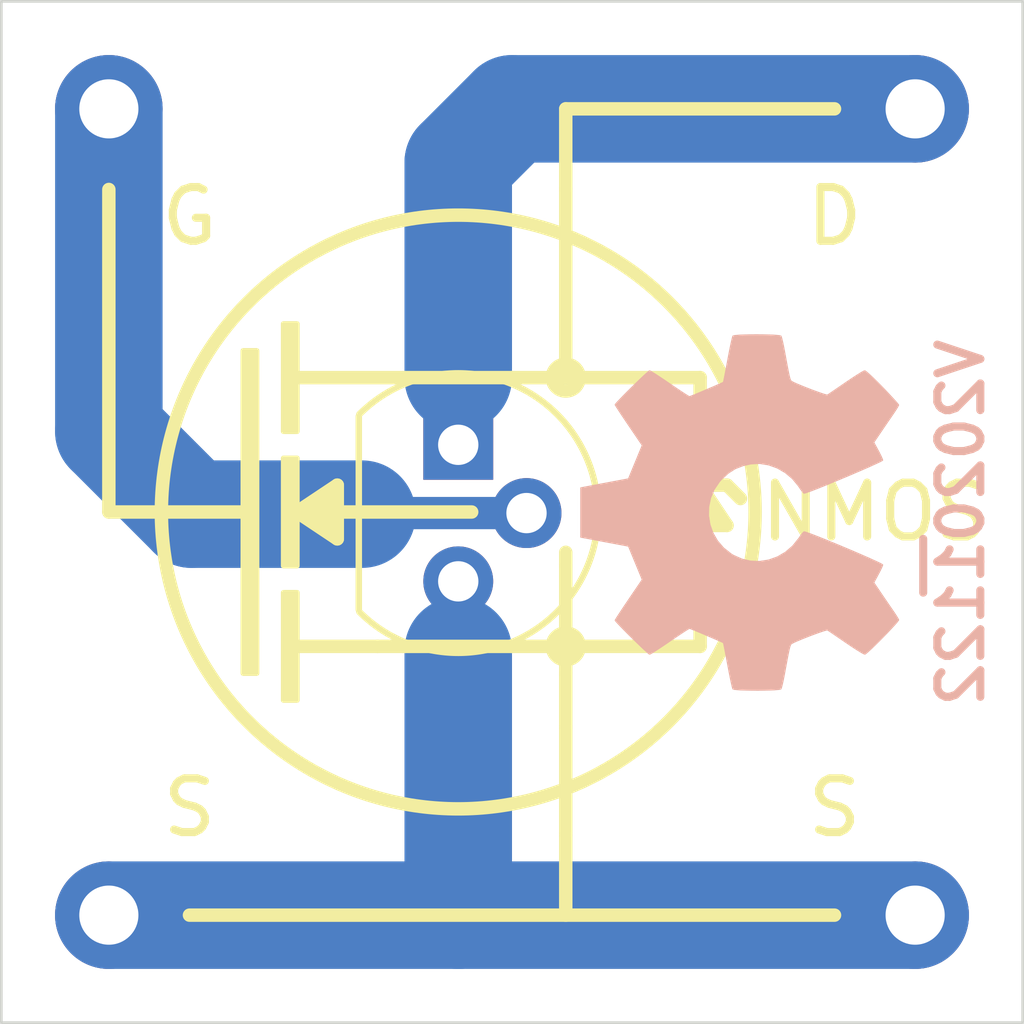
<source format=kicad_pcb>
(kicad_pcb (version 20171130) (host pcbnew 5.1.8-db9833491~87~ubuntu20.04.1)

  (general
    (thickness 1.6)
    (drawings 46)
    (tracks 13)
    (zones 0)
    (modules 7)
    (nets 4)
  )

  (page A4)
  (layers
    (0 F.Cu signal)
    (31 B.Cu signal)
    (32 B.Adhes user)
    (33 F.Adhes user)
    (34 B.Paste user)
    (35 F.Paste user)
    (36 B.SilkS user)
    (37 F.SilkS user)
    (38 B.Mask user)
    (39 F.Mask user)
    (40 Dwgs.User user)
    (41 Cmts.User user)
    (42 Eco1.User user)
    (43 Eco2.User user)
    (44 Edge.Cuts user)
    (45 Margin user)
    (46 B.CrtYd user)
    (47 F.CrtYd user)
    (48 B.Fab user)
    (49 F.Fab user)
  )

  (setup
    (last_trace_width 0.25)
    (user_trace_width 0.2)
    (user_trace_width 0.3)
    (user_trace_width 0.4)
    (user_trace_width 0.6)
    (user_trace_width 0.8)
    (user_trace_width 1)
    (user_trace_width 1.2)
    (user_trace_width 1.4)
    (user_trace_width 1.6)
    (user_trace_width 2)
    (trace_clearance 0.2)
    (zone_clearance 0.508)
    (zone_45_only no)
    (trace_min 0.1524)
    (via_size 0.8)
    (via_drill 0.4)
    (via_min_size 0.381)
    (via_min_drill 0.254)
    (user_via 0.4 0.254)
    (user_via 0.5 0.3)
    (user_via 0.6 0.4)
    (user_via 0.8 0.6)
    (user_via 1.1 0.8)
    (user_via 1.3 1)
    (user_via 1.5 1.2)
    (user_via 1.7 1.4)
    (user_via 1.9 1.6)
    (user_via 2.5 2)
    (uvia_size 0.3)
    (uvia_drill 0.1)
    (uvias_allowed no)
    (uvia_min_size 0.2)
    (uvia_min_drill 0.1)
    (edge_width 0.05)
    (segment_width 0.2)
    (pcb_text_width 0.3)
    (pcb_text_size 1.5 1.5)
    (mod_edge_width 0.25)
    (mod_text_size 0.8 0.8)
    (mod_text_width 0.12)
    (pad_size 1.524 1.524)
    (pad_drill 0.762)
    (pad_to_mask_clearance 0.0762)
    (solder_mask_min_width 0.1016)
    (pad_to_paste_clearance_ratio -0.1)
    (aux_axis_origin 0 0)
    (visible_elements FFFFFF7F)
    (pcbplotparams
      (layerselection 0x010fc_ffffffff)
      (usegerberextensions false)
      (usegerberattributes true)
      (usegerberadvancedattributes true)
      (creategerberjobfile true)
      (excludeedgelayer true)
      (linewidth 0.100000)
      (plotframeref false)
      (viasonmask false)
      (mode 1)
      (useauxorigin false)
      (hpglpennumber 1)
      (hpglpenspeed 20)
      (hpglpendiameter 15.000000)
      (psnegative false)
      (psa4output false)
      (plotreference true)
      (plotvalue true)
      (plotinvisibletext false)
      (padsonsilk false)
      (subtractmaskfromsilk false)
      (outputformat 1)
      (mirror false)
      (drillshape 1)
      (scaleselection 1)
      (outputdirectory ""))
  )

  (net 0 "")
  (net 1 "Net-(J1-Pad1)")
  (net 2 "Net-(J2-Pad1)")
  (net 3 "Net-(J3-Pad1)")

  (net_class Default "This is the default net class."
    (clearance 0.2)
    (trace_width 0.25)
    (via_dia 0.8)
    (via_drill 0.4)
    (uvia_dia 0.3)
    (uvia_drill 0.1)
    (add_net "Net-(J1-Pad1)")
    (add_net "Net-(J2-Pad1)")
    (add_net "Net-(J3-Pad1)")
  )

  (module Package_TO_SOT_THT:TO-92 (layer F.Cu) (tedit 5A279852) (tstamp 5FBA75B2)
    (at 148.5 69.25 270)
    (descr "TO-92 leads molded, narrow, drill 0.75mm (see NXP sot054_po.pdf)")
    (tags "to-92 sc-43 sc-43a sot54 PA33 transistor")
    (path /5FBA760F)
    (fp_text reference Q1 (at 1.27 0 90) (layer F.Fab)
      (effects (font (size 1 1) (thickness 0.15)))
    )
    (fp_text value Q_NMOS_DGS (at 1.27 2.79 90) (layer F.Fab)
      (effects (font (size 1 1) (thickness 0.15)))
    )
    (fp_line (start 4 2.01) (end -1.46 2.01) (layer F.CrtYd) (width 0.05))
    (fp_line (start 4 2.01) (end 4 -2.73) (layer F.CrtYd) (width 0.05))
    (fp_line (start -1.46 -2.73) (end -1.46 2.01) (layer F.CrtYd) (width 0.05))
    (fp_line (start -1.46 -2.73) (end 4 -2.73) (layer F.CrtYd) (width 0.05))
    (fp_line (start -0.5 1.75) (end 3 1.75) (layer F.Fab) (width 0.1))
    (fp_line (start -0.53 1.85) (end 3.07 1.85) (layer F.SilkS) (width 0.12))
    (fp_arc (start 1.27 0) (end 1.27 -2.6) (angle 135) (layer F.SilkS) (width 0.12))
    (fp_arc (start 1.27 0) (end 1.27 -2.48) (angle -135) (layer F.Fab) (width 0.1))
    (fp_arc (start 1.27 0) (end 1.27 -2.6) (angle -135) (layer F.SilkS) (width 0.12))
    (fp_arc (start 1.27 0) (end 1.27 -2.48) (angle 135) (layer F.Fab) (width 0.1))
    (fp_text user %R (at 1.27 0 90) (layer F.Fab)
      (effects (font (size 1 1) (thickness 0.15)))
    )
    (pad 1 thru_hole rect (at 0 0 270) (size 1.3 1.3) (drill 0.75) (layers *.Cu *.Mask)
      (net 3 "Net-(J3-Pad1)"))
    (pad 3 thru_hole circle (at 2.54 0 270) (size 1.3 1.3) (drill 0.75) (layers *.Cu *.Mask)
      (net 2 "Net-(J2-Pad1)"))
    (pad 2 thru_hole circle (at 1.27 -1.27 270) (size 1.3 1.3) (drill 0.75) (layers *.Cu *.Mask)
      (net 1 "Net-(J1-Pad1)"))
    (model ${KISYS3DMOD}/Package_TO_SOT_THT.3dshapes/TO-92.wrl
      (at (xyz 0 0 0))
      (scale (xyz 1 1 1))
      (rotate (xyz 0 0 0))
    )
  )

  (module mill-max:PC_pin_nail_head_6092 locked (layer F.Cu) (tedit 5FB583BD) (tstamp 5FB5E4C9)
    (at 157 78)
    (path /5FB5975F)
    (fp_text reference J4 (at -3 0) (layer F.Fab)
      (effects (font (size 1 1) (thickness 0.15)))
    )
    (fp_text value S (at -1.5 -2) (layer F.SilkS)
      (effects (font (size 1 1) (thickness 0.15)))
    )
    (fp_circle (center 0 0) (end 1.3 0) (layer F.CrtYd) (width 0.025))
    (fp_circle (center 0 0) (end 1.3 0) (layer B.CrtYd) (width 0.025))
    (pad 1 thru_hole circle (at 0 0) (size 2 2) (drill 1.1) (layers *.Cu *.Mask)
      (net 2 "Net-(J2-Pad1)"))
  )

  (module mill-max:PC_pin_nail_head_6092 locked (layer F.Cu) (tedit 5FB583BD) (tstamp 5FB5E4C2)
    (at 157 63)
    (path /5FB592C5)
    (fp_text reference J3 (at -3 0) (layer F.Fab)
      (effects (font (size 1 1) (thickness 0.15)))
    )
    (fp_text value D (at -1.5 2) (layer F.SilkS)
      (effects (font (size 1 1) (thickness 0.15)))
    )
    (fp_circle (center 0 0) (end 1.3 0) (layer F.CrtYd) (width 0.025))
    (fp_circle (center 0 0) (end 1.3 0) (layer B.CrtYd) (width 0.025))
    (pad 1 thru_hole circle (at 0 0) (size 2 2) (drill 1.1) (layers *.Cu *.Mask)
      (net 3 "Net-(J3-Pad1)"))
  )

  (module mill-max:PC_pin_nail_head_6092 locked (layer F.Cu) (tedit 5FB583BD) (tstamp 5FB5E4BB)
    (at 142 78)
    (path /5FB58352)
    (fp_text reference J2 (at 3 0) (layer F.Fab)
      (effects (font (size 1 1) (thickness 0.15)))
    )
    (fp_text value S (at 1.5 -2) (layer F.SilkS)
      (effects (font (size 1 1) (thickness 0.15)))
    )
    (fp_circle (center 0 0) (end 1.3 0) (layer F.CrtYd) (width 0.025))
    (fp_circle (center 0 0) (end 1.3 0) (layer B.CrtYd) (width 0.025))
    (pad 1 thru_hole circle (at 0 0) (size 2 2) (drill 1.1) (layers *.Cu *.Mask)
      (net 2 "Net-(J2-Pad1)"))
  )

  (module mill-max:PC_pin_nail_head_6092 locked (layer F.Cu) (tedit 5FB583BD) (tstamp 5FB5E4B4)
    (at 142 63)
    (path /5FB58B49)
    (fp_text reference J1 (at 3 0) (layer F.Fab)
      (effects (font (size 1 1) (thickness 0.15)))
    )
    (fp_text value G (at 1.5 2) (layer F.SilkS)
      (effects (font (size 1 1) (thickness 0.15)))
    )
    (fp_circle (center 0 0) (end 1.3 0) (layer F.CrtYd) (width 0.025))
    (fp_circle (center 0 0) (end 1.3 0) (layer B.CrtYd) (width 0.025))
    (pad 1 thru_hole circle (at 0 0) (size 2 2) (drill 1.1) (layers *.Cu *.Mask)
      (net 1 "Net-(J1-Pad1)"))
  )

  (module Symbol:OSHW-Symbol_6.7x6mm_SilkScreen (layer B.Cu) (tedit 0) (tstamp 5EE12086)
    (at 153.75 70.5 270)
    (descr "Open Source Hardware Symbol")
    (tags "Logo Symbol OSHW")
    (path /5EE13678)
    (attr virtual)
    (fp_text reference N2 (at 0 0 90) (layer B.SilkS) hide
      (effects (font (size 1 1) (thickness 0.15)) (justify mirror))
    )
    (fp_text value OHWLOGO (at 0.75 0 90) (layer B.Fab) hide
      (effects (font (size 1 1) (thickness 0.15)) (justify mirror))
    )
    (fp_poly (pts (xy 0.555814 2.531069) (xy 0.639635 2.086445) (xy 0.94892 1.958947) (xy 1.258206 1.831449)
      (xy 1.629246 2.083754) (xy 1.733157 2.154004) (xy 1.827087 2.216728) (xy 1.906652 2.269062)
      (xy 1.96747 2.308143) (xy 2.005157 2.331107) (xy 2.015421 2.336058) (xy 2.03391 2.323324)
      (xy 2.07342 2.288118) (xy 2.129522 2.234938) (xy 2.197787 2.168282) (xy 2.273786 2.092646)
      (xy 2.353092 2.012528) (xy 2.431275 1.932426) (xy 2.503907 1.856836) (xy 2.566559 1.790255)
      (xy 2.614803 1.737182) (xy 2.64421 1.702113) (xy 2.651241 1.690377) (xy 2.641123 1.66874)
      (xy 2.612759 1.621338) (xy 2.569129 1.552807) (xy 2.513218 1.467785) (xy 2.448006 1.370907)
      (xy 2.410219 1.31565) (xy 2.341343 1.214752) (xy 2.28014 1.123701) (xy 2.229578 1.04703)
      (xy 2.192628 0.989272) (xy 2.172258 0.954957) (xy 2.169197 0.947746) (xy 2.176136 0.927252)
      (xy 2.195051 0.879487) (xy 2.223087 0.811168) (xy 2.257391 0.729011) (xy 2.295109 0.63973)
      (xy 2.333387 0.550042) (xy 2.36937 0.466662) (xy 2.400206 0.396306) (xy 2.423039 0.34569)
      (xy 2.435017 0.321529) (xy 2.435724 0.320578) (xy 2.454531 0.315964) (xy 2.504618 0.305672)
      (xy 2.580793 0.290713) (xy 2.677865 0.272099) (xy 2.790643 0.250841) (xy 2.856442 0.238582)
      (xy 2.97695 0.215638) (xy 3.085797 0.193805) (xy 3.177476 0.174278) (xy 3.246481 0.158252)
      (xy 3.287304 0.146921) (xy 3.295511 0.143326) (xy 3.303548 0.118994) (xy 3.310033 0.064041)
      (xy 3.31497 -0.015108) (xy 3.318364 -0.112026) (xy 3.320218 -0.220287) (xy 3.320538 -0.333465)
      (xy 3.319327 -0.445135) (xy 3.31659 -0.548868) (xy 3.312331 -0.638241) (xy 3.306555 -0.706826)
      (xy 3.299267 -0.748197) (xy 3.294895 -0.75681) (xy 3.268764 -0.767133) (xy 3.213393 -0.781892)
      (xy 3.136107 -0.799352) (xy 3.04423 -0.81778) (xy 3.012158 -0.823741) (xy 2.857524 -0.852066)
      (xy 2.735375 -0.874876) (xy 2.641673 -0.89308) (xy 2.572384 -0.907583) (xy 2.523471 -0.919292)
      (xy 2.490897 -0.929115) (xy 2.470628 -0.937956) (xy 2.458626 -0.946724) (xy 2.456947 -0.948457)
      (xy 2.440184 -0.976371) (xy 2.414614 -1.030695) (xy 2.382788 -1.104777) (xy 2.34726 -1.191965)
      (xy 2.310583 -1.285608) (xy 2.275311 -1.379052) (xy 2.243996 -1.465647) (xy 2.219193 -1.53874)
      (xy 2.203454 -1.591678) (xy 2.199332 -1.617811) (xy 2.199676 -1.618726) (xy 2.213641 -1.640086)
      (xy 2.245322 -1.687084) (xy 2.291391 -1.754827) (xy 2.348518 -1.838423) (xy 2.413373 -1.932982)
      (xy 2.431843 -1.959854) (xy 2.497699 -2.057275) (xy 2.55565 -2.146163) (xy 2.602538 -2.221412)
      (xy 2.635207 -2.27792) (xy 2.6505 -2.310581) (xy 2.651241 -2.314593) (xy 2.638392 -2.335684)
      (xy 2.602888 -2.377464) (xy 2.549293 -2.435445) (xy 2.482171 -2.505135) (xy 2.406087 -2.582045)
      (xy 2.325604 -2.661683) (xy 2.245287 -2.739561) (xy 2.169699 -2.811186) (xy 2.103405 -2.87207)
      (xy 2.050969 -2.917721) (xy 2.016955 -2.94365) (xy 2.007545 -2.947883) (xy 1.985643 -2.937912)
      (xy 1.9408 -2.91102) (xy 1.880321 -2.871736) (xy 1.833789 -2.840117) (xy 1.749475 -2.782098)
      (xy 1.649626 -2.713784) (xy 1.549473 -2.645579) (xy 1.495627 -2.609075) (xy 1.313371 -2.4858)
      (xy 1.160381 -2.56852) (xy 1.090682 -2.604759) (xy 1.031414 -2.632926) (xy 0.991311 -2.648991)
      (xy 0.981103 -2.651226) (xy 0.968829 -2.634722) (xy 0.944613 -2.588082) (xy 0.910263 -2.515609)
      (xy 0.867588 -2.421606) (xy 0.818394 -2.310374) (xy 0.76449 -2.186215) (xy 0.707684 -2.053432)
      (xy 0.649782 -1.916327) (xy 0.592593 -1.779202) (xy 0.537924 -1.646358) (xy 0.487584 -1.522098)
      (xy 0.44338 -1.410725) (xy 0.407119 -1.316539) (xy 0.380609 -1.243844) (xy 0.365658 -1.196941)
      (xy 0.363254 -1.180833) (xy 0.382311 -1.160286) (xy 0.424036 -1.126933) (xy 0.479706 -1.087702)
      (xy 0.484378 -1.084599) (xy 0.628264 -0.969423) (xy 0.744283 -0.835053) (xy 0.83143 -0.685784)
      (xy 0.888699 -0.525913) (xy 0.915086 -0.359737) (xy 0.909585 -0.191552) (xy 0.87119 -0.025655)
      (xy 0.798895 0.133658) (xy 0.777626 0.168513) (xy 0.666996 0.309263) (xy 0.536302 0.422286)
      (xy 0.390064 0.506997) (xy 0.232808 0.562806) (xy 0.069057 0.589126) (xy -0.096667 0.58537)
      (xy -0.259838 0.55095) (xy -0.415935 0.485277) (xy -0.560433 0.387765) (xy -0.605131 0.348187)
      (xy -0.718888 0.224297) (xy -0.801782 0.093876) (xy -0.858644 -0.052315) (xy -0.890313 -0.197088)
      (xy -0.898131 -0.35986) (xy -0.872062 -0.52344) (xy -0.814755 -0.682298) (xy -0.728856 -0.830906)
      (xy -0.617014 -0.963735) (xy -0.481877 -1.075256) (xy -0.464117 -1.087011) (xy -0.40785 -1.125508)
      (xy -0.365077 -1.158863) (xy -0.344628 -1.18016) (xy -0.344331 -1.180833) (xy -0.348721 -1.203871)
      (xy -0.366124 -1.256157) (xy -0.394732 -1.33339) (xy -0.432735 -1.431268) (xy -0.478326 -1.545491)
      (xy -0.529697 -1.671758) (xy -0.585038 -1.805767) (xy -0.642542 -1.943218) (xy -0.700399 -2.079808)
      (xy -0.756802 -2.211237) (xy -0.809942 -2.333205) (xy -0.85801 -2.441409) (xy -0.899199 -2.531549)
      (xy -0.931699 -2.599323) (xy -0.953703 -2.64043) (xy -0.962564 -2.651226) (xy -0.98964 -2.642819)
      (xy -1.040303 -2.620272) (xy -1.105817 -2.587613) (xy -1.141841 -2.56852) (xy -1.294832 -2.4858)
      (xy -1.477088 -2.609075) (xy -1.570125 -2.672228) (xy -1.671985 -2.741727) (xy -1.767438 -2.807165)
      (xy -1.81525 -2.840117) (xy -1.882495 -2.885273) (xy -1.939436 -2.921057) (xy -1.978646 -2.942938)
      (xy -1.991381 -2.947563) (xy -2.009917 -2.935085) (xy -2.050941 -2.900252) (xy -2.110475 -2.846678)
      (xy -2.184542 -2.777983) (xy -2.269165 -2.697781) (xy -2.322685 -2.646286) (xy -2.416319 -2.554286)
      (xy -2.497241 -2.471999) (xy -2.562177 -2.402945) (xy -2.607858 -2.350644) (xy -2.631011 -2.318616)
      (xy -2.633232 -2.312116) (xy -2.622924 -2.287394) (xy -2.594439 -2.237405) (xy -2.550937 -2.167212)
      (xy -2.495577 -2.081875) (xy -2.43152 -1.986456) (xy -2.413303 -1.959854) (xy -2.346927 -1.863167)
      (xy -2.287378 -1.776117) (xy -2.237984 -1.703595) (xy -2.202075 -1.650493) (xy -2.182981 -1.621703)
      (xy -2.181136 -1.618726) (xy -2.183895 -1.595782) (xy -2.198538 -1.545336) (xy -2.222513 -1.474041)
      (xy -2.253266 -1.388547) (xy -2.288244 -1.295507) (xy -2.324893 -1.201574) (xy -2.360661 -1.113399)
      (xy -2.392994 -1.037634) (xy -2.419338 -0.980931) (xy -2.437142 -0.949943) (xy -2.438407 -0.948457)
      (xy -2.449294 -0.939601) (xy -2.467682 -0.930843) (xy -2.497606 -0.921277) (xy -2.543103 -0.909996)
      (xy -2.608209 -0.896093) (xy -2.696961 -0.878663) (xy -2.813393 -0.856798) (xy -2.961542 -0.829591)
      (xy -2.993618 -0.823741) (xy -3.088686 -0.805374) (xy -3.171565 -0.787405) (xy -3.23493 -0.771569)
      (xy -3.271458 -0.7596) (xy -3.276356 -0.75681) (xy -3.284427 -0.732072) (xy -3.290987 -0.67679)
      (xy -3.296033 -0.597389) (xy -3.299559 -0.500296) (xy -3.301561 -0.391938) (xy -3.302036 -0.27874)
      (xy -3.300977 -0.167128) (xy -3.298382 -0.063529) (xy -3.294246 0.025632) (xy -3.288563 0.093928)
      (xy -3.281331 0.134934) (xy -3.276971 0.143326) (xy -3.252698 0.151792) (xy -3.197426 0.165565)
      (xy -3.116662 0.18345) (xy -3.015912 0.204252) (xy -2.900683 0.226777) (xy -2.837902 0.238582)
      (xy -2.718787 0.260849) (xy -2.612565 0.281021) (xy -2.524427 0.298085) (xy -2.459566 0.311031)
      (xy -2.423174 0.318845) (xy -2.417184 0.320578) (xy -2.407061 0.34011) (xy -2.385662 0.387157)
      (xy -2.355839 0.454997) (xy -2.320445 0.536909) (xy -2.282332 0.626172) (xy -2.244353 0.716065)
      (xy -2.20936 0.799865) (xy -2.180206 0.870853) (xy -2.159743 0.922306) (xy -2.150823 0.947503)
      (xy -2.150657 0.948604) (xy -2.160769 0.968481) (xy -2.189117 1.014223) (xy -2.232723 1.081283)
      (xy -2.288606 1.165116) (xy -2.353787 1.261174) (xy -2.391679 1.31635) (xy -2.460725 1.417519)
      (xy -2.52205 1.50937) (xy -2.572663 1.587256) (xy -2.609571 1.646531) (xy -2.629782 1.682549)
      (xy -2.632701 1.690623) (xy -2.620153 1.709416) (xy -2.585463 1.749543) (xy -2.533063 1.806507)
      (xy -2.467384 1.875815) (xy -2.392856 1.952969) (xy -2.313913 2.033475) (xy -2.234983 2.112837)
      (xy -2.1605 2.18656) (xy -2.094894 2.250148) (xy -2.042596 2.299106) (xy -2.008039 2.328939)
      (xy -1.996478 2.336058) (xy -1.977654 2.326047) (xy -1.932631 2.297922) (xy -1.865787 2.254546)
      (xy -1.781499 2.198782) (xy -1.684144 2.133494) (xy -1.610707 2.083754) (xy -1.239667 1.831449)
      (xy -0.621095 2.086445) (xy -0.537275 2.531069) (xy -0.453454 2.975693) (xy 0.471994 2.975693)
      (xy 0.555814 2.531069)) (layer B.SilkS) (width 0.01))
  )

  (module SquantorLabels:Label_Generic (layer B.Cu) (tedit 5D8A7D4C) (tstamp 5EE12051)
    (at 157.75 71.5 90)
    (descr "Label for general purpose use")
    (tags Label)
    (path /5EE12BF3)
    (attr smd)
    (fp_text reference N1 (at 0 -1.85 90) (layer B.Fab) hide
      (effects (font (size 1 1) (thickness 0.15)) (justify mirror))
    )
    (fp_text value V20201122 (at 0.8 0.1 90) (layer B.SilkS)
      (effects (font (size 0.8 0.8) (thickness 0.15)) (justify mirror))
    )
    (fp_line (start -0.5 -0.6) (end 0.5 -0.6) (layer B.SilkS) (width 0.15))
  )

  (gr_line (start 150.5 71.5) (end 150.5 71.25) (layer F.SilkS) (width 0.25))
  (gr_line (start 145.5 70.5) (end 148.75 70.5) (layer F.SilkS) (width 0.25))
  (gr_line (start 147.5 73) (end 149.5 73) (layer F.SilkS) (width 0.25) (tstamp 5FBA7BC6))
  (gr_line (start 147.5 68) (end 149.5 68) (layer F.SilkS) (width 0.25) (tstamp 5FBA7BC5))
  (gr_line (start 150.5 73) (end 149.5 73) (layer F.SilkS) (width 0.25))
  (gr_line (start 147 73) (end 147.5 73) (layer F.SilkS) (width 0.25))
  (gr_line (start 153 68) (end 149.5 68) (layer F.SilkS) (width 0.25))
  (gr_poly (pts (xy 146.25 71) (xy 145.5 70.5) (xy 146.25 70)) (layer F.SilkS) (width 0.1))
  (gr_line (start 142 70.5) (end 144.5 70.5) (layer F.SilkS) (width 0.25))
  (gr_line (start 150.5 64.5) (end 150.5 68) (layer F.SilkS) (width 0.25) (tstamp 5FBA793B))
  (gr_circle (center 150.5 68) (end 150.75 68) (layer F.SilkS) (width 0.25))
  (gr_poly (pts (xy 153.5 70.75) (xy 152.5 70.75) (xy 153 70)) (layer F.SilkS) (width 0.1))
  (gr_line (start 153.5 70) (end 153.75 70.25) (layer F.SilkS) (width 0.25))
  (gr_line (start 152.5 70) (end 152.25 69.75) (layer F.SilkS) (width 0.25))
  (gr_line (start 152.5 70) (end 153.5 70) (layer F.SilkS) (width 0.25))
  (gr_line (start 152.5 70.75) (end 153 70) (layer F.SilkS) (width 0.25) (tstamp 5FBA78C7))
  (gr_line (start 153.5 70.75) (end 152.5 70.75) (layer F.SilkS) (width 0.25))
  (gr_line (start 153 70) (end 153.5 70.75) (layer F.SilkS) (width 0.25))
  (gr_circle (center 150.5 73) (end 150.75 73) (layer F.SilkS) (width 0.25))
  (gr_line (start 150.5 73.25) (end 150.5 73) (layer F.SilkS) (width 0.25) (tstamp 5FBA78C6))
  (gr_line (start 150.5 71.5) (end 150.5 73.25) (layer F.SilkS) (width 0.25))
  (gr_line (start 146.25 71) (end 145.5 70.5) (layer F.SilkS) (width 0.25) (tstamp 5FBA78C5))
  (gr_line (start 146.25 70) (end 146.25 71) (layer F.SilkS) (width 0.25))
  (gr_line (start 145.5 70.5) (end 146.25 70) (layer F.SilkS) (width 0.25))
  (gr_line (start 147.5 68) (end 145.5 68) (layer F.SilkS) (width 0.25))
  (gr_line (start 153 73) (end 153 68) (layer F.SilkS) (width 0.25))
  (gr_line (start 150.5 73) (end 153 73) (layer F.SilkS) (width 0.25))
  (gr_poly (pts (xy 145.5 74) (xy 145.25 74) (xy 145.25 72) (xy 145.5 72)) (layer F.SilkS) (width 0.1))
  (gr_poly (pts (xy 145.5 71.5) (xy 145.25 71.5) (xy 145.25 69.5) (xy 145.5 69.5)) (layer F.SilkS) (width 0.1))
  (gr_poly (pts (xy 145.5 69) (xy 145.25 69) (xy 145.25 67) (xy 145.5 67)) (layer F.SilkS) (width 0.1))
  (gr_poly (pts (xy 144.75 73.5) (xy 144.5 73.5) (xy 144.5 67.5) (xy 144.75 67.5)) (layer F.SilkS) (width 0.1))
  (gr_line (start 147 73) (end 145.5 73) (layer F.SilkS) (width 0.25))
  (gr_line (start 150.5 73.5) (end 150.5 73) (layer F.SilkS) (width 0.25))
  (gr_line (start 150.5 74.5) (end 150.5 73.5) (layer F.SilkS) (width 0.25))
  (gr_line (start 150.5 76.5) (end 150.5 74.5) (layer F.SilkS) (width 0.25))
  (gr_line (start 150.5 63) (end 155.5 63) (layer F.SilkS) (width 0.25))
  (gr_line (start 150.5 64.5) (end 150.5 63) (layer F.SilkS) (width 0.25))
  (gr_line (start 150.5 78) (end 150.5 76.5) (layer F.SilkS) (width 0.25))
  (gr_line (start 142 64.5) (end 142 70.5) (layer F.SilkS) (width 0.25))
  (gr_text NMOS (at 156.25 70.5) (layer F.SilkS)
    (effects (font (size 1 1) (thickness 0.15)))
  )
  (gr_circle (center 148.5 70.5) (end 154 71) (layer F.SilkS) (width 0.25))
  (gr_line (start 143.5 78) (end 155.5 78) (layer F.SilkS) (width 0.25))
  (gr_line (start 159 61) (end 140 61) (layer Edge.Cuts) (width 0.05) (tstamp 5FB5E506))
  (gr_line (start 159 61) (end 159 80) (layer Edge.Cuts) (width 0.05) (tstamp 5FB5E4FA))
  (gr_line (start 140 80) (end 159 80) (layer Edge.Cuts) (width 0.05) (tstamp 5FB5E4F5))
  (gr_line (start 140 80) (end 140 61) (layer Edge.Cuts) (width 0.05))

  (segment (start 142 69) (end 142 63) (width 2) (layer B.Cu) (net 1))
  (segment (start 143.54 70.54) (end 142 69) (width 2) (layer B.Cu) (net 1))
  (segment (start 143.54 70.54) (end 146.71 70.54) (width 2) (layer B.Cu) (net 1))
  (segment (start 146.73 70.52) (end 146.71 70.54) (width 0.6) (layer B.Cu) (net 1))
  (segment (start 149.77 70.52) (end 146.73 70.52) (width 0.6) (layer B.Cu) (net 1))
  (segment (start 148.5 73.08) (end 148.5 78) (width 2) (layer B.Cu) (net 2))
  (segment (start 148.5 78) (end 157 78) (width 2) (layer B.Cu) (net 2))
  (segment (start 142 78) (end 148.5 78) (width 2) (layer B.Cu) (net 2))
  (segment (start 148.5 71.79) (end 148.5 73.08) (width 1) (layer B.Cu) (net 2))
  (segment (start 148.5 68) (end 148.5 64) (width 2) (layer B.Cu) (net 3))
  (segment (start 149.5 63) (end 157 63) (width 2) (layer B.Cu) (net 3))
  (segment (start 148.5 64) (end 149.5 63) (width 2) (layer B.Cu) (net 3))
  (segment (start 148.5 69.25) (end 148.5 68) (width 1) (layer B.Cu) (net 3))

)

</source>
